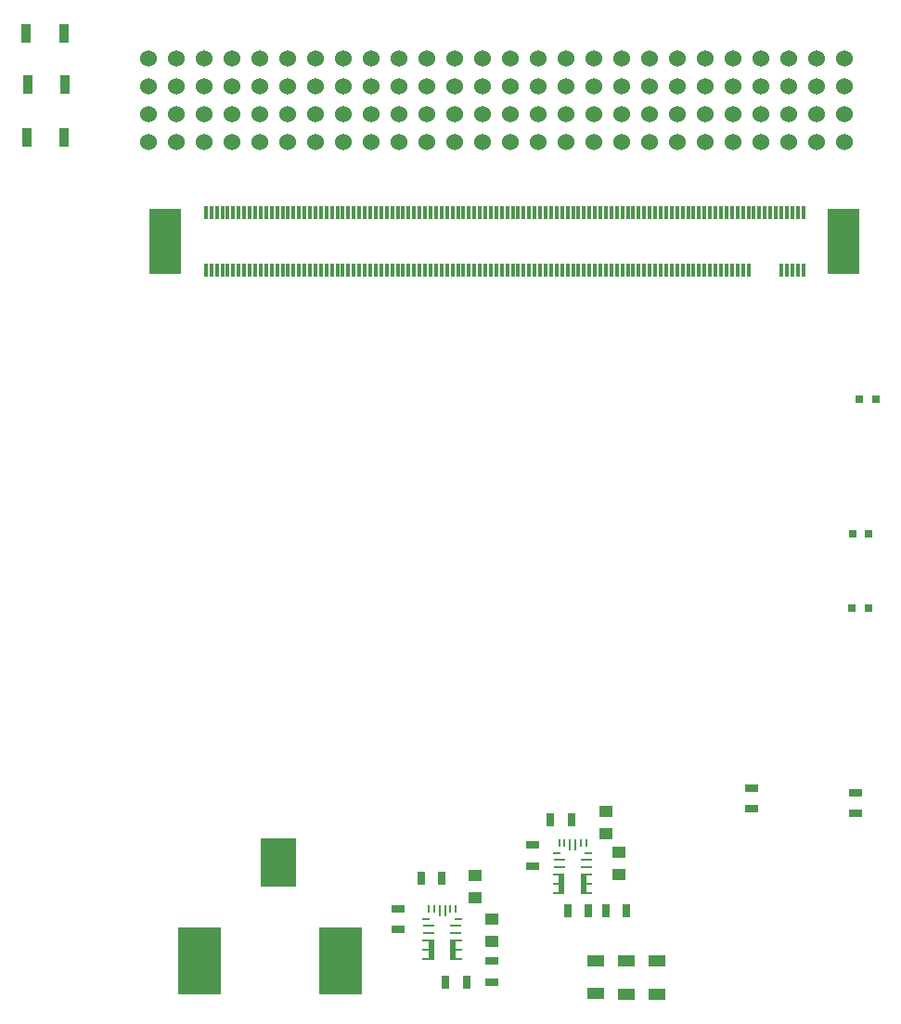
<source format=gbr>
G04 #@! TF.FileFunction,Paste,Top*
%FSLAX45Y45*%
G04 Gerber Fmt 4.5, Leading zero omitted, Abs format (unit mm)*
G04 Created by KiCad (PCBNEW 4.0.7) date 02/13/18 13:39:06*
%MOMM*%
%LPD*%
G01*
G04 APERTURE LIST*
%ADD10C,0.100000*%
%ADD11R,1.300000X0.700000*%
%ADD12R,0.330200X1.193800*%
%ADD13R,3.000000X6.000000*%
%ADD14R,0.800000X0.750000*%
%ADD15R,1.600000X1.000000*%
%ADD16C,1.524000*%
%ADD17R,0.700000X1.300000*%
%ADD18R,0.700000X0.250000*%
%ADD19R,1.100000X0.250000*%
%ADD20R,0.250000X0.700000*%
%ADD21R,0.250000X1.100000*%
%ADD22R,0.600000X1.950000*%
%ADD23R,3.300000X4.400000*%
%ADD24R,3.900000X6.200000*%
%ADD25R,0.900000X1.700000*%
%ADD26R,1.250000X1.000000*%
G04 APERTURE END LIST*
D10*
D11*
X16080000Y-9612500D03*
X16080000Y-9802500D03*
D12*
X15600000Y-4320000D03*
X15550000Y-4320000D03*
X15500000Y-4320000D03*
X15450000Y-4320000D03*
X15400000Y-4320000D03*
X15350000Y-4320000D03*
X15300000Y-4320000D03*
X15250000Y-4320000D03*
X15200000Y-4320000D03*
X15150000Y-4320000D03*
X15100000Y-4320000D03*
X15050000Y-4320000D03*
X15000000Y-4320000D03*
X14950000Y-4320000D03*
X14900000Y-4320000D03*
X14850000Y-4320000D03*
X14800000Y-4320000D03*
X14750000Y-4320000D03*
X14700000Y-4320000D03*
X14650000Y-4320000D03*
X14600000Y-4320000D03*
X14550000Y-4320000D03*
X14500000Y-4320000D03*
X14450000Y-4320000D03*
X14400000Y-4320000D03*
X14350000Y-4320000D03*
X14300000Y-4320000D03*
X14250000Y-4320000D03*
X14200000Y-4320000D03*
X14150000Y-4320000D03*
X14100000Y-4320000D03*
X14050000Y-4320000D03*
X14000000Y-4320000D03*
X13950000Y-4320000D03*
X13900000Y-4320000D03*
X13850000Y-4320000D03*
X13800000Y-4320000D03*
X13750000Y-4320000D03*
X13700000Y-4320000D03*
X13650000Y-4320000D03*
X13600000Y-4320000D03*
X13550000Y-4320000D03*
X13500000Y-4320000D03*
X13450000Y-4320000D03*
X13400000Y-4320000D03*
X13350000Y-4320000D03*
X13300000Y-4320000D03*
X13250000Y-4320000D03*
X13200000Y-4320000D03*
X13150000Y-4320000D03*
X13100000Y-4320000D03*
X13050000Y-4320000D03*
X13000000Y-4320000D03*
X12950000Y-4320000D03*
X12900000Y-4320000D03*
X12850000Y-4320000D03*
X12800000Y-4320000D03*
X12750000Y-4320000D03*
X12700000Y-4320000D03*
X12650000Y-4320000D03*
X12600000Y-4320000D03*
X12550000Y-4320000D03*
X12500000Y-4320000D03*
X12450000Y-4320000D03*
X12400000Y-4320000D03*
X12350000Y-4320000D03*
X12300000Y-4320000D03*
X12250000Y-4320000D03*
X12200000Y-4320000D03*
X12150000Y-4320000D03*
X12100000Y-4320000D03*
X12050000Y-4320000D03*
X12000000Y-4320000D03*
X11950000Y-4320000D03*
X11900000Y-4320000D03*
X11850000Y-4320000D03*
X11800000Y-4320000D03*
X11750000Y-4320000D03*
X11700000Y-4320000D03*
X11650000Y-4320000D03*
X11600000Y-4320000D03*
X11550000Y-4320000D03*
X11500000Y-4320000D03*
X11450000Y-4320000D03*
X11400000Y-4320000D03*
X11350000Y-4320000D03*
X11300000Y-4320000D03*
X11250000Y-4320000D03*
X11200000Y-4320000D03*
X11150000Y-4320000D03*
X11100000Y-4320000D03*
X11050000Y-4320000D03*
X11000000Y-4320000D03*
X10950000Y-4320000D03*
X10900000Y-4320000D03*
X10850000Y-4320000D03*
X10800000Y-4320000D03*
X10750000Y-4320000D03*
X10700000Y-4320000D03*
X10650000Y-4320000D03*
X10600000Y-4320000D03*
X10550000Y-4320000D03*
X10500000Y-4320000D03*
X10450000Y-4320000D03*
X10400000Y-4320000D03*
X10350000Y-4320000D03*
X10300000Y-4320000D03*
X10250000Y-4320000D03*
X10200000Y-4320000D03*
X10150000Y-4320000D03*
X15600000Y-4850000D03*
X15550000Y-4850000D03*
X15500000Y-4850000D03*
X15450000Y-4850000D03*
X15400000Y-4850000D03*
X15100000Y-4850000D03*
X15050000Y-4850000D03*
X15000000Y-4850000D03*
X14950000Y-4850000D03*
X14900000Y-4850000D03*
X14850000Y-4850000D03*
X14800000Y-4850000D03*
X14750000Y-4850000D03*
X14700000Y-4850000D03*
X14650000Y-4850000D03*
X14600000Y-4850000D03*
X14550000Y-4850000D03*
X14500000Y-4850000D03*
X14450000Y-4850000D03*
X14400000Y-4850000D03*
X14350000Y-4850000D03*
X14300000Y-4850000D03*
X14250000Y-4850000D03*
X14200000Y-4850000D03*
X14150000Y-4850000D03*
X14100000Y-4850000D03*
X14050000Y-4850000D03*
X14000000Y-4850000D03*
X13950000Y-4850000D03*
X13900000Y-4850000D03*
X13850000Y-4850000D03*
X13800000Y-4850000D03*
X13750000Y-4850000D03*
X13700000Y-4850000D03*
X13650000Y-4850000D03*
X13600000Y-4850000D03*
X13550000Y-4850000D03*
X13500000Y-4850000D03*
X13450000Y-4850000D03*
X13400000Y-4850000D03*
X13350000Y-4850000D03*
X13300000Y-4850000D03*
X13250000Y-4850000D03*
X13200000Y-4850000D03*
X13150000Y-4850000D03*
X13100000Y-4850000D03*
X13050000Y-4850000D03*
X13000000Y-4850000D03*
X12950000Y-4850000D03*
X12900000Y-4850000D03*
X12850000Y-4850000D03*
X12800000Y-4850000D03*
X12750000Y-4850000D03*
X12700000Y-4850000D03*
X12650000Y-4850000D03*
X12600000Y-4850000D03*
X12550000Y-4850000D03*
X12500000Y-4850000D03*
X12450000Y-4850000D03*
X12400000Y-4850000D03*
X12350000Y-4850000D03*
X12300000Y-4850000D03*
X12250000Y-4850000D03*
X12200000Y-4850000D03*
X12150000Y-4850000D03*
X12100000Y-4850000D03*
X12050000Y-4850000D03*
X12000000Y-4850000D03*
X11950000Y-4850000D03*
X11900000Y-4850000D03*
X11850000Y-4850000D03*
X11800000Y-4850000D03*
X11750000Y-4850000D03*
X11700000Y-4850000D03*
X11650000Y-4850000D03*
X11600000Y-4850000D03*
X11550000Y-4850000D03*
X11500000Y-4850000D03*
X11450000Y-4850000D03*
X11400000Y-4850000D03*
X11350000Y-4850000D03*
X11300000Y-4850000D03*
X11250000Y-4850000D03*
X11200000Y-4850000D03*
X11150000Y-4850000D03*
X11100000Y-4850000D03*
X11050000Y-4850000D03*
X11000000Y-4850000D03*
X10950000Y-4850000D03*
X10900000Y-4850000D03*
X10850000Y-4850000D03*
X10800000Y-4850000D03*
X10750000Y-4850000D03*
X10700000Y-4850000D03*
X10650000Y-4850000D03*
X10600000Y-4850000D03*
X10550000Y-4850000D03*
X10500000Y-4850000D03*
X10450000Y-4850000D03*
X10400000Y-4850000D03*
X10350000Y-4850000D03*
X10300000Y-4850000D03*
X10250000Y-4850000D03*
X10200000Y-4850000D03*
X10150000Y-4850000D03*
D13*
X15966600Y-4583300D03*
X9781700Y-4583300D03*
D14*
X16046000Y-7924000D03*
X16196000Y-7924000D03*
X16200000Y-7250000D03*
X16050000Y-7250000D03*
X16261000Y-6023000D03*
X16111000Y-6023000D03*
D15*
X13988000Y-11448500D03*
X13988000Y-11148500D03*
X13708000Y-11443500D03*
X13708000Y-11143500D03*
X14268000Y-11448500D03*
X14268000Y-11148500D03*
D16*
X9626000Y-3675500D03*
X9626000Y-3421500D03*
X9880000Y-3675500D03*
X9880000Y-3421500D03*
X10134000Y-3675500D03*
X10134000Y-3421500D03*
X10388000Y-3675500D03*
X10388000Y-3421500D03*
X10642000Y-3675500D03*
X10642000Y-3421500D03*
X10896000Y-3675500D03*
X10896000Y-3421500D03*
X11150000Y-3675500D03*
X11150000Y-3421500D03*
X11404000Y-3675500D03*
X11404000Y-3421500D03*
X11658000Y-3675500D03*
X11658000Y-3421500D03*
X11912000Y-3675500D03*
X11912000Y-3421500D03*
X12166000Y-3675500D03*
X12166000Y-3421500D03*
X12420000Y-3675500D03*
X12420000Y-3421500D03*
X12674000Y-3675500D03*
X12674000Y-3421500D03*
X12928000Y-3675500D03*
X12928000Y-3421500D03*
X13182000Y-3675500D03*
X13182000Y-3421500D03*
X13436000Y-3675500D03*
X13436000Y-3421500D03*
X13690000Y-3675500D03*
X13690000Y-3421500D03*
X13944000Y-3675500D03*
X13944000Y-3421500D03*
X14198000Y-3675500D03*
X14198000Y-3421500D03*
X14452000Y-3675500D03*
X14452000Y-3421500D03*
X14706000Y-3675500D03*
X14706000Y-3421500D03*
X14960000Y-3675500D03*
X14960000Y-3421500D03*
X15214000Y-3675500D03*
X15214000Y-3421500D03*
X15468000Y-3675500D03*
X15468000Y-3421500D03*
X15722000Y-3675500D03*
X15722000Y-3421500D03*
X15976000Y-3675500D03*
X15976000Y-3421500D03*
D11*
X12757000Y-11146500D03*
X12757000Y-11336500D03*
D17*
X12527000Y-11341500D03*
X12337000Y-11341500D03*
X12302000Y-10391500D03*
X12112000Y-10391500D03*
D11*
X11907000Y-10671500D03*
X11907000Y-10861500D03*
D17*
X13988000Y-10686000D03*
X13798000Y-10686000D03*
X13640500Y-10686000D03*
X13450500Y-10686000D03*
X13485500Y-9856000D03*
X13295500Y-9856000D03*
D11*
X13128000Y-10088500D03*
X13128000Y-10278500D03*
D18*
X13353000Y-10159639D03*
D19*
X13373000Y-10224639D03*
X13373000Y-10289639D03*
D18*
X13353000Y-10354639D03*
X13353000Y-10439639D03*
X13353000Y-10524639D03*
X13643000Y-10524639D03*
X13643000Y-10439639D03*
X13643000Y-10354639D03*
D19*
X13623000Y-10289639D03*
X13623000Y-10224639D03*
D18*
X13643000Y-10159639D03*
D20*
X13623000Y-10069639D03*
X13573000Y-10069639D03*
D21*
X13523000Y-10089639D03*
X13473000Y-10089639D03*
D20*
X13423000Y-10069639D03*
X13373000Y-10069639D03*
D22*
X13398000Y-10439639D03*
X13598000Y-10439639D03*
D16*
X9625900Y-3167896D03*
X9625900Y-2913896D03*
X9879900Y-3167896D03*
X9879900Y-2913896D03*
X10133900Y-3167896D03*
X10133900Y-2913896D03*
X10387900Y-3167896D03*
X10387900Y-2913896D03*
X10641900Y-3167896D03*
X10641900Y-2913896D03*
X10895900Y-3167896D03*
X10895900Y-2913896D03*
X11149900Y-3167896D03*
X11149900Y-2913896D03*
X11403900Y-3167896D03*
X11403900Y-2913896D03*
X11657900Y-3167896D03*
X11657900Y-2913896D03*
X11911900Y-3167896D03*
X11911900Y-2913896D03*
X12165900Y-3167896D03*
X12165900Y-2913896D03*
X12419900Y-3167896D03*
X12419900Y-2913896D03*
X12673900Y-3167896D03*
X12673900Y-2913896D03*
X12927900Y-3167896D03*
X12927900Y-2913896D03*
X13181900Y-3167896D03*
X13181900Y-2913896D03*
X13435900Y-3167896D03*
X13435900Y-2913896D03*
X13689900Y-3167896D03*
X13689900Y-2913896D03*
X13943900Y-3167896D03*
X13943900Y-2913896D03*
X14197900Y-3167896D03*
X14197900Y-2913896D03*
X14451900Y-3167896D03*
X14451900Y-2913896D03*
X14705900Y-3167896D03*
X14705900Y-2913896D03*
X14959900Y-3167896D03*
X14959900Y-2913896D03*
X15213900Y-3167896D03*
X15213900Y-2913896D03*
X15467900Y-3167896D03*
X15467900Y-2913896D03*
X15721900Y-3167896D03*
X15721900Y-2913896D03*
X15975900Y-3167896D03*
X15975900Y-2913896D03*
D18*
X12162000Y-10761500D03*
D19*
X12182000Y-10826500D03*
X12182000Y-10891500D03*
D18*
X12162000Y-10956500D03*
X12162000Y-11041500D03*
X12162000Y-11126500D03*
X12452000Y-11126500D03*
X12452000Y-11041500D03*
X12452000Y-10956500D03*
D19*
X12432000Y-10891500D03*
X12432000Y-10826500D03*
D18*
X12452000Y-10761500D03*
D20*
X12432000Y-10671500D03*
X12382000Y-10671500D03*
D21*
X12332000Y-10691500D03*
X12282000Y-10691500D03*
D20*
X12232000Y-10671500D03*
X12182000Y-10671500D03*
D22*
X12207000Y-11041500D03*
X12407000Y-11041500D03*
D23*
X10807500Y-10247500D03*
D24*
X10092500Y-11147500D03*
X11382500Y-11147500D03*
D11*
X15132500Y-9570000D03*
X15132500Y-9760000D03*
D25*
X8512500Y-2685000D03*
X8852500Y-2685000D03*
X8522500Y-3155000D03*
X8862500Y-3155000D03*
X8520000Y-3637500D03*
X8860000Y-3637500D03*
D26*
X12607000Y-10366500D03*
X12607000Y-10566500D03*
X12757000Y-10966500D03*
X12757000Y-10766500D03*
X13798000Y-9786000D03*
X13798000Y-9986000D03*
X13923000Y-10358500D03*
X13923000Y-10158500D03*
M02*

</source>
